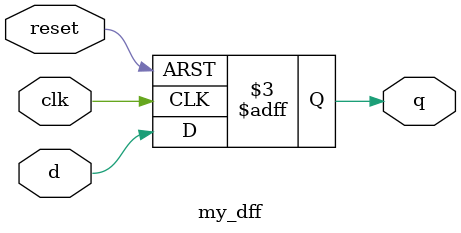
<source format=v>
module question5 (
    input clk, 
    input reset, 
    input d, 
    output q
);
wire q0, q1;

my_dff d0(clk, reset,  d, q0);
my_dff d1(clk, reset, q0, q1);
my_dff d2(clk, reset, q1, q );
endmodule

//---------------------------------------------------------------------------//

module my_dff (
    input clk, 
    input reset,
    input d,
    output reg q 
);

always @(negedge reset, posedge clk) begin
    if (!reset)
        q <= 1'b0;
    else
        q <= d;
end
endmodule

</source>
